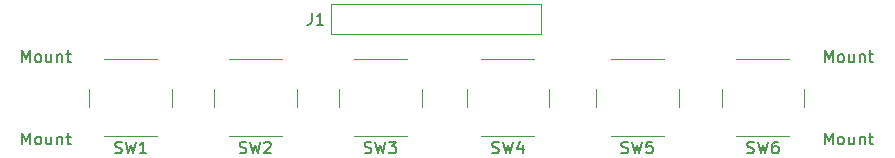
<source format=gto>
G04 #@! TF.GenerationSoftware,KiCad,Pcbnew,(5.1.10)-1*
G04 #@! TF.CreationDate,2023-12-13T20:03:29-05:00*
G04 #@! TF.ProjectId,LED_Matrix_Button_Board,4c45445f-4d61-4747-9269-785f42757474,rev?*
G04 #@! TF.SameCoordinates,Original*
G04 #@! TF.FileFunction,Legend,Top*
G04 #@! TF.FilePolarity,Positive*
%FSLAX46Y46*%
G04 Gerber Fmt 4.6, Leading zero omitted, Abs format (unit mm)*
G04 Created by KiCad (PCBNEW (5.1.10)-1) date 2023-12-13 20:03:29*
%MOMM*%
%LPD*%
G01*
G04 APERTURE LIST*
%ADD10C,0.120000*%
%ADD11C,0.150000*%
%ADD12C,2.200000*%
%ADD13R,1.200000X1.500000*%
%ADD14C,2.000000*%
G04 APERTURE END LIST*
D10*
X160655000Y-104775000D02*
X142875000Y-104775000D01*
X160655000Y-102235000D02*
X160655000Y-104775000D01*
X142875000Y-102235000D02*
X160655000Y-102235000D01*
X142875000Y-104775000D02*
X142875000Y-102235000D01*
X175980000Y-109395000D02*
X175980000Y-110895000D01*
X177230000Y-113395000D02*
X181730000Y-113395000D01*
X182980000Y-110895000D02*
X182980000Y-109395000D01*
X181730000Y-106895000D02*
X177230000Y-106895000D01*
X165335000Y-109395000D02*
X165335000Y-110895000D01*
X166585000Y-113395000D02*
X171085000Y-113395000D01*
X172335000Y-110895000D02*
X172335000Y-109395000D01*
X171085000Y-106895000D02*
X166585000Y-106895000D01*
X154390000Y-109395000D02*
X154390000Y-110895000D01*
X155640000Y-113395000D02*
X160140000Y-113395000D01*
X161390000Y-110895000D02*
X161390000Y-109395000D01*
X160140000Y-106895000D02*
X155640000Y-106895000D01*
X143595000Y-109395000D02*
X143595000Y-110895000D01*
X144845000Y-113395000D02*
X149345000Y-113395000D01*
X150595000Y-110895000D02*
X150595000Y-109395000D01*
X149345000Y-106895000D02*
X144845000Y-106895000D01*
X133004000Y-109395000D02*
X133004000Y-110895000D01*
X134254000Y-113395000D02*
X138754000Y-113395000D01*
X140004000Y-110895000D02*
X140004000Y-109395000D01*
X138754000Y-106895000D02*
X134254000Y-106895000D01*
X122454000Y-109395000D02*
X122454000Y-110895000D01*
X123704000Y-113395000D02*
X128204000Y-113395000D01*
X129454000Y-110895000D02*
X129454000Y-109395000D01*
X128204000Y-106895000D02*
X123704000Y-106895000D01*
D11*
X184713809Y-107132380D02*
X184713809Y-106132380D01*
X185047142Y-106846666D01*
X185380476Y-106132380D01*
X185380476Y-107132380D01*
X185999523Y-107132380D02*
X185904285Y-107084761D01*
X185856666Y-107037142D01*
X185809047Y-106941904D01*
X185809047Y-106656190D01*
X185856666Y-106560952D01*
X185904285Y-106513333D01*
X185999523Y-106465714D01*
X186142380Y-106465714D01*
X186237619Y-106513333D01*
X186285238Y-106560952D01*
X186332857Y-106656190D01*
X186332857Y-106941904D01*
X186285238Y-107037142D01*
X186237619Y-107084761D01*
X186142380Y-107132380D01*
X185999523Y-107132380D01*
X187190000Y-106465714D02*
X187190000Y-107132380D01*
X186761428Y-106465714D02*
X186761428Y-106989523D01*
X186809047Y-107084761D01*
X186904285Y-107132380D01*
X187047142Y-107132380D01*
X187142380Y-107084761D01*
X187190000Y-107037142D01*
X187666190Y-106465714D02*
X187666190Y-107132380D01*
X187666190Y-106560952D02*
X187713809Y-106513333D01*
X187809047Y-106465714D01*
X187951904Y-106465714D01*
X188047142Y-106513333D01*
X188094761Y-106608571D01*
X188094761Y-107132380D01*
X188428095Y-106465714D02*
X188809047Y-106465714D01*
X188570952Y-106132380D02*
X188570952Y-106989523D01*
X188618571Y-107084761D01*
X188713809Y-107132380D01*
X188809047Y-107132380D01*
X184713809Y-114092380D02*
X184713809Y-113092380D01*
X185047142Y-113806666D01*
X185380476Y-113092380D01*
X185380476Y-114092380D01*
X185999523Y-114092380D02*
X185904285Y-114044761D01*
X185856666Y-113997142D01*
X185809047Y-113901904D01*
X185809047Y-113616190D01*
X185856666Y-113520952D01*
X185904285Y-113473333D01*
X185999523Y-113425714D01*
X186142380Y-113425714D01*
X186237619Y-113473333D01*
X186285238Y-113520952D01*
X186332857Y-113616190D01*
X186332857Y-113901904D01*
X186285238Y-113997142D01*
X186237619Y-114044761D01*
X186142380Y-114092380D01*
X185999523Y-114092380D01*
X187190000Y-113425714D02*
X187190000Y-114092380D01*
X186761428Y-113425714D02*
X186761428Y-113949523D01*
X186809047Y-114044761D01*
X186904285Y-114092380D01*
X187047142Y-114092380D01*
X187142380Y-114044761D01*
X187190000Y-113997142D01*
X187666190Y-113425714D02*
X187666190Y-114092380D01*
X187666190Y-113520952D02*
X187713809Y-113473333D01*
X187809047Y-113425714D01*
X187951904Y-113425714D01*
X188047142Y-113473333D01*
X188094761Y-113568571D01*
X188094761Y-114092380D01*
X188428095Y-113425714D02*
X188809047Y-113425714D01*
X188570952Y-113092380D02*
X188570952Y-113949523D01*
X188618571Y-114044761D01*
X188713809Y-114092380D01*
X188809047Y-114092380D01*
X116768809Y-114092380D02*
X116768809Y-113092380D01*
X117102142Y-113806666D01*
X117435476Y-113092380D01*
X117435476Y-114092380D01*
X118054523Y-114092380D02*
X117959285Y-114044761D01*
X117911666Y-113997142D01*
X117864047Y-113901904D01*
X117864047Y-113616190D01*
X117911666Y-113520952D01*
X117959285Y-113473333D01*
X118054523Y-113425714D01*
X118197380Y-113425714D01*
X118292619Y-113473333D01*
X118340238Y-113520952D01*
X118387857Y-113616190D01*
X118387857Y-113901904D01*
X118340238Y-113997142D01*
X118292619Y-114044761D01*
X118197380Y-114092380D01*
X118054523Y-114092380D01*
X119245000Y-113425714D02*
X119245000Y-114092380D01*
X118816428Y-113425714D02*
X118816428Y-113949523D01*
X118864047Y-114044761D01*
X118959285Y-114092380D01*
X119102142Y-114092380D01*
X119197380Y-114044761D01*
X119245000Y-113997142D01*
X119721190Y-113425714D02*
X119721190Y-114092380D01*
X119721190Y-113520952D02*
X119768809Y-113473333D01*
X119864047Y-113425714D01*
X120006904Y-113425714D01*
X120102142Y-113473333D01*
X120149761Y-113568571D01*
X120149761Y-114092380D01*
X120483095Y-113425714D02*
X120864047Y-113425714D01*
X120625952Y-113092380D02*
X120625952Y-113949523D01*
X120673571Y-114044761D01*
X120768809Y-114092380D01*
X120864047Y-114092380D01*
X116768809Y-107132380D02*
X116768809Y-106132380D01*
X117102142Y-106846666D01*
X117435476Y-106132380D01*
X117435476Y-107132380D01*
X118054523Y-107132380D02*
X117959285Y-107084761D01*
X117911666Y-107037142D01*
X117864047Y-106941904D01*
X117864047Y-106656190D01*
X117911666Y-106560952D01*
X117959285Y-106513333D01*
X118054523Y-106465714D01*
X118197380Y-106465714D01*
X118292619Y-106513333D01*
X118340238Y-106560952D01*
X118387857Y-106656190D01*
X118387857Y-106941904D01*
X118340238Y-107037142D01*
X118292619Y-107084761D01*
X118197380Y-107132380D01*
X118054523Y-107132380D01*
X119245000Y-106465714D02*
X119245000Y-107132380D01*
X118816428Y-106465714D02*
X118816428Y-106989523D01*
X118864047Y-107084761D01*
X118959285Y-107132380D01*
X119102142Y-107132380D01*
X119197380Y-107084761D01*
X119245000Y-107037142D01*
X119721190Y-106465714D02*
X119721190Y-107132380D01*
X119721190Y-106560952D02*
X119768809Y-106513333D01*
X119864047Y-106465714D01*
X120006904Y-106465714D01*
X120102142Y-106513333D01*
X120149761Y-106608571D01*
X120149761Y-107132380D01*
X120483095Y-106465714D02*
X120864047Y-106465714D01*
X120625952Y-106132380D02*
X120625952Y-106989523D01*
X120673571Y-107084761D01*
X120768809Y-107132380D01*
X120864047Y-107132380D01*
X141271666Y-102957380D02*
X141271666Y-103671666D01*
X141224047Y-103814523D01*
X141128809Y-103909761D01*
X140985952Y-103957380D01*
X140890714Y-103957380D01*
X142271666Y-103957380D02*
X141700238Y-103957380D01*
X141985952Y-103957380D02*
X141985952Y-102957380D01*
X141890714Y-103100238D01*
X141795476Y-103195476D01*
X141700238Y-103243095D01*
X178146666Y-114799761D02*
X178289523Y-114847380D01*
X178527619Y-114847380D01*
X178622857Y-114799761D01*
X178670476Y-114752142D01*
X178718095Y-114656904D01*
X178718095Y-114561666D01*
X178670476Y-114466428D01*
X178622857Y-114418809D01*
X178527619Y-114371190D01*
X178337142Y-114323571D01*
X178241904Y-114275952D01*
X178194285Y-114228333D01*
X178146666Y-114133095D01*
X178146666Y-114037857D01*
X178194285Y-113942619D01*
X178241904Y-113895000D01*
X178337142Y-113847380D01*
X178575238Y-113847380D01*
X178718095Y-113895000D01*
X179051428Y-113847380D02*
X179289523Y-114847380D01*
X179480000Y-114133095D01*
X179670476Y-114847380D01*
X179908571Y-113847380D01*
X180718095Y-113847380D02*
X180527619Y-113847380D01*
X180432380Y-113895000D01*
X180384761Y-113942619D01*
X180289523Y-114085476D01*
X180241904Y-114275952D01*
X180241904Y-114656904D01*
X180289523Y-114752142D01*
X180337142Y-114799761D01*
X180432380Y-114847380D01*
X180622857Y-114847380D01*
X180718095Y-114799761D01*
X180765714Y-114752142D01*
X180813333Y-114656904D01*
X180813333Y-114418809D01*
X180765714Y-114323571D01*
X180718095Y-114275952D01*
X180622857Y-114228333D01*
X180432380Y-114228333D01*
X180337142Y-114275952D01*
X180289523Y-114323571D01*
X180241904Y-114418809D01*
X167501666Y-114799761D02*
X167644523Y-114847380D01*
X167882619Y-114847380D01*
X167977857Y-114799761D01*
X168025476Y-114752142D01*
X168073095Y-114656904D01*
X168073095Y-114561666D01*
X168025476Y-114466428D01*
X167977857Y-114418809D01*
X167882619Y-114371190D01*
X167692142Y-114323571D01*
X167596904Y-114275952D01*
X167549285Y-114228333D01*
X167501666Y-114133095D01*
X167501666Y-114037857D01*
X167549285Y-113942619D01*
X167596904Y-113895000D01*
X167692142Y-113847380D01*
X167930238Y-113847380D01*
X168073095Y-113895000D01*
X168406428Y-113847380D02*
X168644523Y-114847380D01*
X168835000Y-114133095D01*
X169025476Y-114847380D01*
X169263571Y-113847380D01*
X170120714Y-113847380D02*
X169644523Y-113847380D01*
X169596904Y-114323571D01*
X169644523Y-114275952D01*
X169739761Y-114228333D01*
X169977857Y-114228333D01*
X170073095Y-114275952D01*
X170120714Y-114323571D01*
X170168333Y-114418809D01*
X170168333Y-114656904D01*
X170120714Y-114752142D01*
X170073095Y-114799761D01*
X169977857Y-114847380D01*
X169739761Y-114847380D01*
X169644523Y-114799761D01*
X169596904Y-114752142D01*
X156556666Y-114799761D02*
X156699523Y-114847380D01*
X156937619Y-114847380D01*
X157032857Y-114799761D01*
X157080476Y-114752142D01*
X157128095Y-114656904D01*
X157128095Y-114561666D01*
X157080476Y-114466428D01*
X157032857Y-114418809D01*
X156937619Y-114371190D01*
X156747142Y-114323571D01*
X156651904Y-114275952D01*
X156604285Y-114228333D01*
X156556666Y-114133095D01*
X156556666Y-114037857D01*
X156604285Y-113942619D01*
X156651904Y-113895000D01*
X156747142Y-113847380D01*
X156985238Y-113847380D01*
X157128095Y-113895000D01*
X157461428Y-113847380D02*
X157699523Y-114847380D01*
X157890000Y-114133095D01*
X158080476Y-114847380D01*
X158318571Y-113847380D01*
X159128095Y-114180714D02*
X159128095Y-114847380D01*
X158890000Y-113799761D02*
X158651904Y-114514047D01*
X159270952Y-114514047D01*
X145761666Y-114799761D02*
X145904523Y-114847380D01*
X146142619Y-114847380D01*
X146237857Y-114799761D01*
X146285476Y-114752142D01*
X146333095Y-114656904D01*
X146333095Y-114561666D01*
X146285476Y-114466428D01*
X146237857Y-114418809D01*
X146142619Y-114371190D01*
X145952142Y-114323571D01*
X145856904Y-114275952D01*
X145809285Y-114228333D01*
X145761666Y-114133095D01*
X145761666Y-114037857D01*
X145809285Y-113942619D01*
X145856904Y-113895000D01*
X145952142Y-113847380D01*
X146190238Y-113847380D01*
X146333095Y-113895000D01*
X146666428Y-113847380D02*
X146904523Y-114847380D01*
X147095000Y-114133095D01*
X147285476Y-114847380D01*
X147523571Y-113847380D01*
X147809285Y-113847380D02*
X148428333Y-113847380D01*
X148095000Y-114228333D01*
X148237857Y-114228333D01*
X148333095Y-114275952D01*
X148380714Y-114323571D01*
X148428333Y-114418809D01*
X148428333Y-114656904D01*
X148380714Y-114752142D01*
X148333095Y-114799761D01*
X148237857Y-114847380D01*
X147952142Y-114847380D01*
X147856904Y-114799761D01*
X147809285Y-114752142D01*
X135170666Y-114799761D02*
X135313523Y-114847380D01*
X135551619Y-114847380D01*
X135646857Y-114799761D01*
X135694476Y-114752142D01*
X135742095Y-114656904D01*
X135742095Y-114561666D01*
X135694476Y-114466428D01*
X135646857Y-114418809D01*
X135551619Y-114371190D01*
X135361142Y-114323571D01*
X135265904Y-114275952D01*
X135218285Y-114228333D01*
X135170666Y-114133095D01*
X135170666Y-114037857D01*
X135218285Y-113942619D01*
X135265904Y-113895000D01*
X135361142Y-113847380D01*
X135599238Y-113847380D01*
X135742095Y-113895000D01*
X136075428Y-113847380D02*
X136313523Y-114847380D01*
X136504000Y-114133095D01*
X136694476Y-114847380D01*
X136932571Y-113847380D01*
X137265904Y-113942619D02*
X137313523Y-113895000D01*
X137408761Y-113847380D01*
X137646857Y-113847380D01*
X137742095Y-113895000D01*
X137789714Y-113942619D01*
X137837333Y-114037857D01*
X137837333Y-114133095D01*
X137789714Y-114275952D01*
X137218285Y-114847380D01*
X137837333Y-114847380D01*
X124620666Y-114799761D02*
X124763523Y-114847380D01*
X125001619Y-114847380D01*
X125096857Y-114799761D01*
X125144476Y-114752142D01*
X125192095Y-114656904D01*
X125192095Y-114561666D01*
X125144476Y-114466428D01*
X125096857Y-114418809D01*
X125001619Y-114371190D01*
X124811142Y-114323571D01*
X124715904Y-114275952D01*
X124668285Y-114228333D01*
X124620666Y-114133095D01*
X124620666Y-114037857D01*
X124668285Y-113942619D01*
X124715904Y-113895000D01*
X124811142Y-113847380D01*
X125049238Y-113847380D01*
X125192095Y-113895000D01*
X125525428Y-113847380D02*
X125763523Y-114847380D01*
X125954000Y-114133095D01*
X126144476Y-114847380D01*
X126382571Y-113847380D01*
X127287333Y-114847380D02*
X126715904Y-114847380D01*
X127001619Y-114847380D02*
X127001619Y-113847380D01*
X126906380Y-113990238D01*
X126811142Y-114085476D01*
X126715904Y-114133095D01*
%LPC*%
D12*
X186690000Y-103505000D03*
X186690000Y-116840000D03*
X118745000Y-116840000D03*
X118745000Y-103505000D03*
D13*
X159385000Y-103505000D03*
X156845000Y-103505000D03*
X154305000Y-103505000D03*
X151765000Y-103505000D03*
X149225000Y-103505000D03*
X146685000Y-103505000D03*
X144145000Y-103505000D03*
D14*
X176230000Y-112395000D03*
X176230000Y-107895000D03*
X182730000Y-112395000D03*
X182730000Y-107895000D03*
X165585000Y-112395000D03*
X165585000Y-107895000D03*
X172085000Y-112395000D03*
X172085000Y-107895000D03*
X154640000Y-112395000D03*
X154640000Y-107895000D03*
X161140000Y-112395000D03*
X161140000Y-107895000D03*
X143845000Y-112395000D03*
X143845000Y-107895000D03*
X150345000Y-112395000D03*
X150345000Y-107895000D03*
X133254000Y-112395000D03*
X133254000Y-107895000D03*
X139754000Y-112395000D03*
X139754000Y-107895000D03*
X122704000Y-112395000D03*
X122704000Y-107895000D03*
X129204000Y-112395000D03*
X129204000Y-107895000D03*
M02*

</source>
